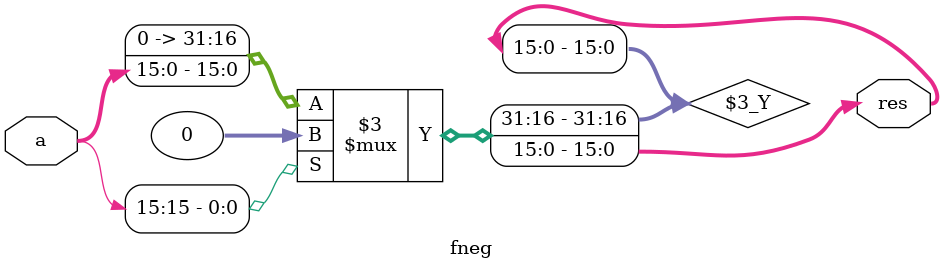
<source format=v>
`timescale 1ns/1ps
module fneg
    #(parameter
        ID=1,
        WIDTH=16
    )(
    input wire[WIDTH-1:0] a,
    output wire[WIDTH-1:0] res
);
    assign res = (a[WIDTH-1] == 0) ? a:0;   //if the sign bit is high, send zero on the output else send the input
endmodule

</source>
